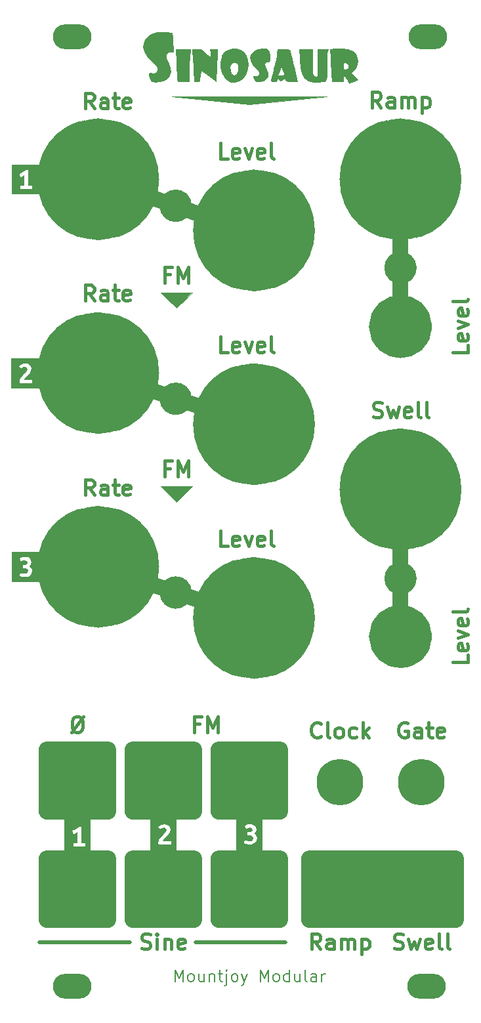
<source format=gbr>
%TF.GenerationSoftware,KiCad,Pcbnew,8.0.3*%
%TF.CreationDate,2024-06-18T16:49:19+01:00*%
%TF.ProjectId,Sinosaur_Panel,53696e6f-7361-4757-925f-50616e656c2e,rev?*%
%TF.SameCoordinates,Original*%
%TF.FileFunction,Soldermask,Top*%
%TF.FilePolarity,Negative*%
%FSLAX46Y46*%
G04 Gerber Fmt 4.6, Leading zero omitted, Abs format (unit mm)*
G04 Created by KiCad (PCBNEW 8.0.3) date 2024-06-18 16:49:19*
%MOMM*%
%LPD*%
G01*
G04 APERTURE LIST*
%ADD10C,0.500000*%
%ADD11C,2.000000*%
%ADD12C,7.853175*%
%ADD13C,0.100000*%
%ADD14C,2.074846*%
%ADD15C,4.075000*%
%ADD16C,0.400000*%
%ADD17C,0.200000*%
%ADD18C,0.000000*%
%ADD19C,7.000000*%
%ADD20C,6.000000*%
%ADD21O,5.000000X3.200000*%
%ADD22C,6.400000*%
G04 APERTURE END LIST*
D10*
X102900000Y-160600000D02*
X114600000Y-160600000D01*
X123100000Y-160600000D02*
X134700000Y-160600000D01*
D11*
X103800000Y-135778175D02*
X111800000Y-135778175D01*
X111800000Y-143778175D01*
X103800000Y-143778175D01*
X103800000Y-135778175D01*
G36*
X103800000Y-135778175D02*
G01*
X111800000Y-135778175D01*
X111800000Y-143778175D01*
X103800000Y-143778175D01*
X103800000Y-135778175D01*
G37*
D12*
X134526587Y-68778175D02*
G75*
G02*
X126673413Y-68778175I-3926587J0D01*
G01*
X126673413Y-68778175D02*
G75*
G02*
X134526587Y-68778175I3926587J0D01*
G01*
D11*
X149500000Y-81178175D02*
X149500000Y-62178175D01*
X110500000Y-87100000D02*
X130600000Y-93800000D01*
D13*
X120600000Y-103778175D02*
X118600000Y-101778175D01*
X122600000Y-101778175D01*
X120600000Y-103778175D01*
G36*
X120600000Y-103778175D02*
G01*
X118600000Y-101778175D01*
X122600000Y-101778175D01*
X120600000Y-103778175D01*
G37*
D14*
X150537423Y-113678175D02*
G75*
G02*
X148462577Y-113678175I-1037423J0D01*
G01*
X148462577Y-113678175D02*
G75*
G02*
X150537423Y-113678175I1037423J0D01*
G01*
D15*
X151537500Y-121178175D02*
G75*
G02*
X147462500Y-121178175I-2037500J0D01*
G01*
X147462500Y-121178175D02*
G75*
G02*
X151537500Y-121178175I2037500J0D01*
G01*
D13*
X120600000Y-78778175D02*
X118600000Y-76778175D01*
X122600000Y-76778175D01*
X120600000Y-78778175D01*
G36*
X120600000Y-78778175D02*
G01*
X118600000Y-76778175D01*
X122600000Y-76778175D01*
X120600000Y-78778175D01*
G37*
D11*
X114900000Y-149778175D02*
X122900000Y-149778175D01*
X122900000Y-157778175D01*
X114900000Y-157778175D01*
X114900000Y-149778175D01*
G36*
X114900000Y-149778175D02*
G01*
X122900000Y-149778175D01*
X122900000Y-157778175D01*
X114900000Y-157778175D01*
X114900000Y-149778175D01*
G37*
D12*
X114426587Y-87178175D02*
G75*
G02*
X106573413Y-87178175I-3926587J0D01*
G01*
X106573413Y-87178175D02*
G75*
G02*
X114426587Y-87178175I3926587J0D01*
G01*
X114426587Y-62178175D02*
G75*
G02*
X106573413Y-62178175I-3926587J0D01*
G01*
X106573413Y-62178175D02*
G75*
G02*
X114426587Y-62178175I3926587J0D01*
G01*
D11*
X103800000Y-149778175D02*
X111800000Y-149778175D01*
X111800000Y-157778175D01*
X103800000Y-157778175D01*
X103800000Y-149778175D01*
G36*
X103800000Y-149778175D02*
G01*
X111800000Y-149778175D01*
X111800000Y-157778175D01*
X103800000Y-157778175D01*
X103800000Y-149778175D01*
G37*
D14*
X150537423Y-73600000D02*
G75*
G02*
X148462577Y-73600000I-1037423J0D01*
G01*
X148462577Y-73600000D02*
G75*
G02*
X150537423Y-73600000I1037423J0D01*
G01*
D11*
X149500000Y-121178175D02*
X149500000Y-102178175D01*
X110500000Y-112200000D02*
X130600000Y-118800000D01*
D12*
X153426587Y-102178175D02*
G75*
G02*
X145573413Y-102178175I-3926587J0D01*
G01*
X145573413Y-102178175D02*
G75*
G02*
X153426587Y-102178175I3926587J0D01*
G01*
D11*
X126000000Y-135778175D02*
X134000000Y-135778175D01*
X134000000Y-143778175D01*
X126000000Y-143778175D01*
X126000000Y-135778175D01*
G36*
X126000000Y-135778175D02*
G01*
X134000000Y-135778175D01*
X134000000Y-143778175D01*
X126000000Y-143778175D01*
X126000000Y-135778175D01*
G37*
D13*
X130000000Y-52500000D02*
X120000000Y-51500000D01*
X140000000Y-51500000D01*
X130000000Y-52500000D01*
G36*
X130000000Y-52500000D02*
G01*
X120000000Y-51500000D01*
X140000000Y-51500000D01*
X130000000Y-52500000D01*
G37*
D12*
X134526587Y-93778175D02*
G75*
G02*
X126673413Y-93778175I-3926587J0D01*
G01*
X126673413Y-93778175D02*
G75*
G02*
X134526587Y-93778175I3926587J0D01*
G01*
D14*
X121537423Y-65600000D02*
G75*
G02*
X119462577Y-65600000I-1037423J0D01*
G01*
X119462577Y-65600000D02*
G75*
G02*
X121537423Y-65600000I1037423J0D01*
G01*
D15*
X151537500Y-81178175D02*
G75*
G02*
X147462500Y-81178175I-2037500J0D01*
G01*
X147462500Y-81178175D02*
G75*
G02*
X151537500Y-81178175I2037500J0D01*
G01*
D12*
X114426587Y-112178175D02*
G75*
G02*
X106573413Y-112178175I-3926587J0D01*
G01*
X106573413Y-112178175D02*
G75*
G02*
X114426587Y-112178175I3926587J0D01*
G01*
D11*
X126000000Y-149778175D02*
X134000000Y-149778175D01*
X134000000Y-157778175D01*
X126000000Y-157778175D01*
X126000000Y-149778175D01*
G36*
X126000000Y-149778175D02*
G01*
X134000000Y-149778175D01*
X134000000Y-157778175D01*
X126000000Y-157778175D01*
X126000000Y-149778175D01*
G37*
X137700000Y-149778175D02*
X156700000Y-149778175D01*
X156700000Y-157778175D01*
X137700000Y-157778175D01*
X137700000Y-149778175D01*
G36*
X137700000Y-149778175D02*
G01*
X156700000Y-149778175D01*
X156700000Y-157778175D01*
X137700000Y-157778175D01*
X137700000Y-149778175D01*
G37*
D14*
X121537423Y-115500000D02*
G75*
G02*
X119462577Y-115500000I-1037423J0D01*
G01*
X119462577Y-115500000D02*
G75*
G02*
X121537423Y-115500000I1037423J0D01*
G01*
D12*
X134526587Y-118778175D02*
G75*
G02*
X126673413Y-118778175I-3926587J0D01*
G01*
X126673413Y-118778175D02*
G75*
G02*
X134526587Y-118778175I3926587J0D01*
G01*
D14*
X121537423Y-90500000D02*
G75*
G02*
X119462577Y-90500000I-1037423J0D01*
G01*
X119462577Y-90500000D02*
G75*
G02*
X121537423Y-90500000I1037423J0D01*
G01*
D11*
X110500000Y-62178175D02*
X130721825Y-69178175D01*
D12*
X153426587Y-62178175D02*
G75*
G02*
X145573413Y-62178175I-3926587J0D01*
G01*
X145573413Y-62178175D02*
G75*
G02*
X153426587Y-62178175I3926587J0D01*
G01*
D11*
X114900000Y-135778175D02*
X122900000Y-135778175D01*
X122900000Y-143778175D01*
X114900000Y-143778175D01*
X114900000Y-135778175D01*
G36*
X114900000Y-135778175D02*
G01*
X122900000Y-135778175D01*
X122900000Y-143778175D01*
X114900000Y-143778175D01*
X114900000Y-135778175D01*
G37*
D16*
X119742857Y-74464994D02*
X119076190Y-74464994D01*
X119076190Y-75512613D02*
X119076190Y-73512613D01*
X119076190Y-73512613D02*
X120028571Y-73512613D01*
X120790476Y-75512613D02*
X120790476Y-73512613D01*
X120790476Y-73512613D02*
X121457143Y-74941184D01*
X121457143Y-74941184D02*
X122123809Y-73512613D01*
X122123809Y-73512613D02*
X122123809Y-75512613D01*
X127219047Y-84512613D02*
X126266666Y-84512613D01*
X126266666Y-84512613D02*
X126266666Y-82512613D01*
X128647619Y-84417375D02*
X128457143Y-84512613D01*
X128457143Y-84512613D02*
X128076190Y-84512613D01*
X128076190Y-84512613D02*
X127885714Y-84417375D01*
X127885714Y-84417375D02*
X127790476Y-84226898D01*
X127790476Y-84226898D02*
X127790476Y-83464994D01*
X127790476Y-83464994D02*
X127885714Y-83274517D01*
X127885714Y-83274517D02*
X128076190Y-83179279D01*
X128076190Y-83179279D02*
X128457143Y-83179279D01*
X128457143Y-83179279D02*
X128647619Y-83274517D01*
X128647619Y-83274517D02*
X128742857Y-83464994D01*
X128742857Y-83464994D02*
X128742857Y-83655470D01*
X128742857Y-83655470D02*
X127790476Y-83845946D01*
X129409524Y-83179279D02*
X129885714Y-84512613D01*
X129885714Y-84512613D02*
X130361905Y-83179279D01*
X131885715Y-84417375D02*
X131695239Y-84512613D01*
X131695239Y-84512613D02*
X131314286Y-84512613D01*
X131314286Y-84512613D02*
X131123810Y-84417375D01*
X131123810Y-84417375D02*
X131028572Y-84226898D01*
X131028572Y-84226898D02*
X131028572Y-83464994D01*
X131028572Y-83464994D02*
X131123810Y-83274517D01*
X131123810Y-83274517D02*
X131314286Y-83179279D01*
X131314286Y-83179279D02*
X131695239Y-83179279D01*
X131695239Y-83179279D02*
X131885715Y-83274517D01*
X131885715Y-83274517D02*
X131980953Y-83464994D01*
X131980953Y-83464994D02*
X131980953Y-83655470D01*
X131980953Y-83655470D02*
X131028572Y-83845946D01*
X133123810Y-84512613D02*
X132933334Y-84417375D01*
X132933334Y-84417375D02*
X132838096Y-84226898D01*
X132838096Y-84226898D02*
X132838096Y-82512613D01*
X150390476Y-132329676D02*
X150200000Y-132234438D01*
X150200000Y-132234438D02*
X149914286Y-132234438D01*
X149914286Y-132234438D02*
X149628571Y-132329676D01*
X149628571Y-132329676D02*
X149438095Y-132520152D01*
X149438095Y-132520152D02*
X149342857Y-132710628D01*
X149342857Y-132710628D02*
X149247619Y-133091580D01*
X149247619Y-133091580D02*
X149247619Y-133377295D01*
X149247619Y-133377295D02*
X149342857Y-133758247D01*
X149342857Y-133758247D02*
X149438095Y-133948723D01*
X149438095Y-133948723D02*
X149628571Y-134139200D01*
X149628571Y-134139200D02*
X149914286Y-134234438D01*
X149914286Y-134234438D02*
X150104762Y-134234438D01*
X150104762Y-134234438D02*
X150390476Y-134139200D01*
X150390476Y-134139200D02*
X150485714Y-134043961D01*
X150485714Y-134043961D02*
X150485714Y-133377295D01*
X150485714Y-133377295D02*
X150104762Y-133377295D01*
X152200000Y-134234438D02*
X152200000Y-133186819D01*
X152200000Y-133186819D02*
X152104762Y-132996342D01*
X152104762Y-132996342D02*
X151914286Y-132901104D01*
X151914286Y-132901104D02*
X151533333Y-132901104D01*
X151533333Y-132901104D02*
X151342857Y-132996342D01*
X152200000Y-134139200D02*
X152009524Y-134234438D01*
X152009524Y-134234438D02*
X151533333Y-134234438D01*
X151533333Y-134234438D02*
X151342857Y-134139200D01*
X151342857Y-134139200D02*
X151247619Y-133948723D01*
X151247619Y-133948723D02*
X151247619Y-133758247D01*
X151247619Y-133758247D02*
X151342857Y-133567771D01*
X151342857Y-133567771D02*
X151533333Y-133472533D01*
X151533333Y-133472533D02*
X152009524Y-133472533D01*
X152009524Y-133472533D02*
X152200000Y-133377295D01*
X152866667Y-132901104D02*
X153628571Y-132901104D01*
X153152381Y-132234438D02*
X153152381Y-133948723D01*
X153152381Y-133948723D02*
X153247619Y-134139200D01*
X153247619Y-134139200D02*
X153438095Y-134234438D01*
X153438095Y-134234438D02*
X153628571Y-134234438D01*
X155057143Y-134139200D02*
X154866667Y-134234438D01*
X154866667Y-134234438D02*
X154485714Y-134234438D01*
X154485714Y-134234438D02*
X154295238Y-134139200D01*
X154295238Y-134139200D02*
X154200000Y-133948723D01*
X154200000Y-133948723D02*
X154200000Y-133186819D01*
X154200000Y-133186819D02*
X154295238Y-132996342D01*
X154295238Y-132996342D02*
X154485714Y-132901104D01*
X154485714Y-132901104D02*
X154866667Y-132901104D01*
X154866667Y-132901104D02*
X155057143Y-132996342D01*
X155057143Y-132996342D02*
X155152381Y-133186819D01*
X155152381Y-133186819D02*
X155152381Y-133377295D01*
X155152381Y-133377295D02*
X154200000Y-133567771D01*
X119742857Y-99464994D02*
X119076190Y-99464994D01*
X119076190Y-100512613D02*
X119076190Y-98512613D01*
X119076190Y-98512613D02*
X120028571Y-98512613D01*
X120790476Y-100512613D02*
X120790476Y-98512613D01*
X120790476Y-98512613D02*
X121457143Y-99941184D01*
X121457143Y-99941184D02*
X122123809Y-98512613D01*
X122123809Y-98512613D02*
X122123809Y-100512613D01*
X116090476Y-161417375D02*
X116376190Y-161512613D01*
X116376190Y-161512613D02*
X116852381Y-161512613D01*
X116852381Y-161512613D02*
X117042857Y-161417375D01*
X117042857Y-161417375D02*
X117138095Y-161322136D01*
X117138095Y-161322136D02*
X117233333Y-161131660D01*
X117233333Y-161131660D02*
X117233333Y-160941184D01*
X117233333Y-160941184D02*
X117138095Y-160750708D01*
X117138095Y-160750708D02*
X117042857Y-160655470D01*
X117042857Y-160655470D02*
X116852381Y-160560232D01*
X116852381Y-160560232D02*
X116471428Y-160464994D01*
X116471428Y-160464994D02*
X116280952Y-160369755D01*
X116280952Y-160369755D02*
X116185714Y-160274517D01*
X116185714Y-160274517D02*
X116090476Y-160084041D01*
X116090476Y-160084041D02*
X116090476Y-159893565D01*
X116090476Y-159893565D02*
X116185714Y-159703089D01*
X116185714Y-159703089D02*
X116280952Y-159607851D01*
X116280952Y-159607851D02*
X116471428Y-159512613D01*
X116471428Y-159512613D02*
X116947619Y-159512613D01*
X116947619Y-159512613D02*
X117233333Y-159607851D01*
X118090476Y-161512613D02*
X118090476Y-160179279D01*
X118090476Y-159512613D02*
X117995238Y-159607851D01*
X117995238Y-159607851D02*
X118090476Y-159703089D01*
X118090476Y-159703089D02*
X118185714Y-159607851D01*
X118185714Y-159607851D02*
X118090476Y-159512613D01*
X118090476Y-159512613D02*
X118090476Y-159703089D01*
X119042857Y-160179279D02*
X119042857Y-161512613D01*
X119042857Y-160369755D02*
X119138095Y-160274517D01*
X119138095Y-160274517D02*
X119328571Y-160179279D01*
X119328571Y-160179279D02*
X119614286Y-160179279D01*
X119614286Y-160179279D02*
X119804762Y-160274517D01*
X119804762Y-160274517D02*
X119900000Y-160464994D01*
X119900000Y-160464994D02*
X119900000Y-161512613D01*
X121614286Y-161417375D02*
X121423810Y-161512613D01*
X121423810Y-161512613D02*
X121042857Y-161512613D01*
X121042857Y-161512613D02*
X120852381Y-161417375D01*
X120852381Y-161417375D02*
X120757143Y-161226898D01*
X120757143Y-161226898D02*
X120757143Y-160464994D01*
X120757143Y-160464994D02*
X120852381Y-160274517D01*
X120852381Y-160274517D02*
X121042857Y-160179279D01*
X121042857Y-160179279D02*
X121423810Y-160179279D01*
X121423810Y-160179279D02*
X121614286Y-160274517D01*
X121614286Y-160274517D02*
X121709524Y-160464994D01*
X121709524Y-160464994D02*
X121709524Y-160655470D01*
X121709524Y-160655470D02*
X120757143Y-160845946D01*
D17*
X120428570Y-165683528D02*
X120428570Y-164183528D01*
X120428570Y-164183528D02*
X120928570Y-165254957D01*
X120928570Y-165254957D02*
X121428570Y-164183528D01*
X121428570Y-164183528D02*
X121428570Y-165683528D01*
X122357142Y-165683528D02*
X122214285Y-165612100D01*
X122214285Y-165612100D02*
X122142856Y-165540671D01*
X122142856Y-165540671D02*
X122071428Y-165397814D01*
X122071428Y-165397814D02*
X122071428Y-164969242D01*
X122071428Y-164969242D02*
X122142856Y-164826385D01*
X122142856Y-164826385D02*
X122214285Y-164754957D01*
X122214285Y-164754957D02*
X122357142Y-164683528D01*
X122357142Y-164683528D02*
X122571428Y-164683528D01*
X122571428Y-164683528D02*
X122714285Y-164754957D01*
X122714285Y-164754957D02*
X122785714Y-164826385D01*
X122785714Y-164826385D02*
X122857142Y-164969242D01*
X122857142Y-164969242D02*
X122857142Y-165397814D01*
X122857142Y-165397814D02*
X122785714Y-165540671D01*
X122785714Y-165540671D02*
X122714285Y-165612100D01*
X122714285Y-165612100D02*
X122571428Y-165683528D01*
X122571428Y-165683528D02*
X122357142Y-165683528D01*
X124142857Y-164683528D02*
X124142857Y-165683528D01*
X123499999Y-164683528D02*
X123499999Y-165469242D01*
X123499999Y-165469242D02*
X123571428Y-165612100D01*
X123571428Y-165612100D02*
X123714285Y-165683528D01*
X123714285Y-165683528D02*
X123928571Y-165683528D01*
X123928571Y-165683528D02*
X124071428Y-165612100D01*
X124071428Y-165612100D02*
X124142857Y-165540671D01*
X124857142Y-164683528D02*
X124857142Y-165683528D01*
X124857142Y-164826385D02*
X124928571Y-164754957D01*
X124928571Y-164754957D02*
X125071428Y-164683528D01*
X125071428Y-164683528D02*
X125285714Y-164683528D01*
X125285714Y-164683528D02*
X125428571Y-164754957D01*
X125428571Y-164754957D02*
X125500000Y-164897814D01*
X125500000Y-164897814D02*
X125500000Y-165683528D01*
X126000000Y-164683528D02*
X126571428Y-164683528D01*
X126214285Y-164183528D02*
X126214285Y-165469242D01*
X126214285Y-165469242D02*
X126285714Y-165612100D01*
X126285714Y-165612100D02*
X126428571Y-165683528D01*
X126428571Y-165683528D02*
X126571428Y-165683528D01*
X127071428Y-164683528D02*
X127071428Y-165969242D01*
X127071428Y-165969242D02*
X127000000Y-166112100D01*
X127000000Y-166112100D02*
X126857143Y-166183528D01*
X126857143Y-166183528D02*
X126785714Y-166183528D01*
X127071428Y-164183528D02*
X127000000Y-164254957D01*
X127000000Y-164254957D02*
X127071428Y-164326385D01*
X127071428Y-164326385D02*
X127142857Y-164254957D01*
X127142857Y-164254957D02*
X127071428Y-164183528D01*
X127071428Y-164183528D02*
X127071428Y-164326385D01*
X128000000Y-165683528D02*
X127857143Y-165612100D01*
X127857143Y-165612100D02*
X127785714Y-165540671D01*
X127785714Y-165540671D02*
X127714286Y-165397814D01*
X127714286Y-165397814D02*
X127714286Y-164969242D01*
X127714286Y-164969242D02*
X127785714Y-164826385D01*
X127785714Y-164826385D02*
X127857143Y-164754957D01*
X127857143Y-164754957D02*
X128000000Y-164683528D01*
X128000000Y-164683528D02*
X128214286Y-164683528D01*
X128214286Y-164683528D02*
X128357143Y-164754957D01*
X128357143Y-164754957D02*
X128428572Y-164826385D01*
X128428572Y-164826385D02*
X128500000Y-164969242D01*
X128500000Y-164969242D02*
X128500000Y-165397814D01*
X128500000Y-165397814D02*
X128428572Y-165540671D01*
X128428572Y-165540671D02*
X128357143Y-165612100D01*
X128357143Y-165612100D02*
X128214286Y-165683528D01*
X128214286Y-165683528D02*
X128000000Y-165683528D01*
X129000000Y-164683528D02*
X129357143Y-165683528D01*
X129714286Y-164683528D02*
X129357143Y-165683528D01*
X129357143Y-165683528D02*
X129214286Y-166040671D01*
X129214286Y-166040671D02*
X129142857Y-166112100D01*
X129142857Y-166112100D02*
X129000000Y-166183528D01*
X131428571Y-165683528D02*
X131428571Y-164183528D01*
X131428571Y-164183528D02*
X131928571Y-165254957D01*
X131928571Y-165254957D02*
X132428571Y-164183528D01*
X132428571Y-164183528D02*
X132428571Y-165683528D01*
X133357143Y-165683528D02*
X133214286Y-165612100D01*
X133214286Y-165612100D02*
X133142857Y-165540671D01*
X133142857Y-165540671D02*
X133071429Y-165397814D01*
X133071429Y-165397814D02*
X133071429Y-164969242D01*
X133071429Y-164969242D02*
X133142857Y-164826385D01*
X133142857Y-164826385D02*
X133214286Y-164754957D01*
X133214286Y-164754957D02*
X133357143Y-164683528D01*
X133357143Y-164683528D02*
X133571429Y-164683528D01*
X133571429Y-164683528D02*
X133714286Y-164754957D01*
X133714286Y-164754957D02*
X133785715Y-164826385D01*
X133785715Y-164826385D02*
X133857143Y-164969242D01*
X133857143Y-164969242D02*
X133857143Y-165397814D01*
X133857143Y-165397814D02*
X133785715Y-165540671D01*
X133785715Y-165540671D02*
X133714286Y-165612100D01*
X133714286Y-165612100D02*
X133571429Y-165683528D01*
X133571429Y-165683528D02*
X133357143Y-165683528D01*
X135142858Y-165683528D02*
X135142858Y-164183528D01*
X135142858Y-165612100D02*
X135000000Y-165683528D01*
X135000000Y-165683528D02*
X134714286Y-165683528D01*
X134714286Y-165683528D02*
X134571429Y-165612100D01*
X134571429Y-165612100D02*
X134500000Y-165540671D01*
X134500000Y-165540671D02*
X134428572Y-165397814D01*
X134428572Y-165397814D02*
X134428572Y-164969242D01*
X134428572Y-164969242D02*
X134500000Y-164826385D01*
X134500000Y-164826385D02*
X134571429Y-164754957D01*
X134571429Y-164754957D02*
X134714286Y-164683528D01*
X134714286Y-164683528D02*
X135000000Y-164683528D01*
X135000000Y-164683528D02*
X135142858Y-164754957D01*
X136500001Y-164683528D02*
X136500001Y-165683528D01*
X135857143Y-164683528D02*
X135857143Y-165469242D01*
X135857143Y-165469242D02*
X135928572Y-165612100D01*
X135928572Y-165612100D02*
X136071429Y-165683528D01*
X136071429Y-165683528D02*
X136285715Y-165683528D01*
X136285715Y-165683528D02*
X136428572Y-165612100D01*
X136428572Y-165612100D02*
X136500001Y-165540671D01*
X137428572Y-165683528D02*
X137285715Y-165612100D01*
X137285715Y-165612100D02*
X137214286Y-165469242D01*
X137214286Y-165469242D02*
X137214286Y-164183528D01*
X138642858Y-165683528D02*
X138642858Y-164897814D01*
X138642858Y-164897814D02*
X138571429Y-164754957D01*
X138571429Y-164754957D02*
X138428572Y-164683528D01*
X138428572Y-164683528D02*
X138142858Y-164683528D01*
X138142858Y-164683528D02*
X138000000Y-164754957D01*
X138642858Y-165612100D02*
X138500000Y-165683528D01*
X138500000Y-165683528D02*
X138142858Y-165683528D01*
X138142858Y-165683528D02*
X138000000Y-165612100D01*
X138000000Y-165612100D02*
X137928572Y-165469242D01*
X137928572Y-165469242D02*
X137928572Y-165326385D01*
X137928572Y-165326385D02*
X138000000Y-165183528D01*
X138000000Y-165183528D02*
X138142858Y-165112100D01*
X138142858Y-165112100D02*
X138500000Y-165112100D01*
X138500000Y-165112100D02*
X138642858Y-165040671D01*
X139357143Y-165683528D02*
X139357143Y-164683528D01*
X139357143Y-164969242D02*
X139428572Y-164826385D01*
X139428572Y-164826385D02*
X139500001Y-164754957D01*
X139500001Y-164754957D02*
X139642858Y-164683528D01*
X139642858Y-164683528D02*
X139785715Y-164683528D01*
D16*
X139223809Y-134043961D02*
X139128571Y-134139200D01*
X139128571Y-134139200D02*
X138842857Y-134234438D01*
X138842857Y-134234438D02*
X138652381Y-134234438D01*
X138652381Y-134234438D02*
X138366666Y-134139200D01*
X138366666Y-134139200D02*
X138176190Y-133948723D01*
X138176190Y-133948723D02*
X138080952Y-133758247D01*
X138080952Y-133758247D02*
X137985714Y-133377295D01*
X137985714Y-133377295D02*
X137985714Y-133091580D01*
X137985714Y-133091580D02*
X138080952Y-132710628D01*
X138080952Y-132710628D02*
X138176190Y-132520152D01*
X138176190Y-132520152D02*
X138366666Y-132329676D01*
X138366666Y-132329676D02*
X138652381Y-132234438D01*
X138652381Y-132234438D02*
X138842857Y-132234438D01*
X138842857Y-132234438D02*
X139128571Y-132329676D01*
X139128571Y-132329676D02*
X139223809Y-132424914D01*
X140366666Y-134234438D02*
X140176190Y-134139200D01*
X140176190Y-134139200D02*
X140080952Y-133948723D01*
X140080952Y-133948723D02*
X140080952Y-132234438D01*
X141414285Y-134234438D02*
X141223809Y-134139200D01*
X141223809Y-134139200D02*
X141128571Y-134043961D01*
X141128571Y-134043961D02*
X141033333Y-133853485D01*
X141033333Y-133853485D02*
X141033333Y-133282057D01*
X141033333Y-133282057D02*
X141128571Y-133091580D01*
X141128571Y-133091580D02*
X141223809Y-132996342D01*
X141223809Y-132996342D02*
X141414285Y-132901104D01*
X141414285Y-132901104D02*
X141700000Y-132901104D01*
X141700000Y-132901104D02*
X141890476Y-132996342D01*
X141890476Y-132996342D02*
X141985714Y-133091580D01*
X141985714Y-133091580D02*
X142080952Y-133282057D01*
X142080952Y-133282057D02*
X142080952Y-133853485D01*
X142080952Y-133853485D02*
X141985714Y-134043961D01*
X141985714Y-134043961D02*
X141890476Y-134139200D01*
X141890476Y-134139200D02*
X141700000Y-134234438D01*
X141700000Y-134234438D02*
X141414285Y-134234438D01*
X143795238Y-134139200D02*
X143604762Y-134234438D01*
X143604762Y-134234438D02*
X143223809Y-134234438D01*
X143223809Y-134234438D02*
X143033333Y-134139200D01*
X143033333Y-134139200D02*
X142938095Y-134043961D01*
X142938095Y-134043961D02*
X142842857Y-133853485D01*
X142842857Y-133853485D02*
X142842857Y-133282057D01*
X142842857Y-133282057D02*
X142938095Y-133091580D01*
X142938095Y-133091580D02*
X143033333Y-132996342D01*
X143033333Y-132996342D02*
X143223809Y-132901104D01*
X143223809Y-132901104D02*
X143604762Y-132901104D01*
X143604762Y-132901104D02*
X143795238Y-132996342D01*
X144652381Y-134234438D02*
X144652381Y-132234438D01*
X144842857Y-133472533D02*
X145414286Y-134234438D01*
X145414286Y-132901104D02*
X144652381Y-133663009D01*
X158234438Y-83559127D02*
X158234438Y-84511508D01*
X158234438Y-84511508D02*
X156234438Y-84511508D01*
X158139200Y-82130555D02*
X158234438Y-82321031D01*
X158234438Y-82321031D02*
X158234438Y-82701984D01*
X158234438Y-82701984D02*
X158139200Y-82892460D01*
X158139200Y-82892460D02*
X157948723Y-82987698D01*
X157948723Y-82987698D02*
X157186819Y-82987698D01*
X157186819Y-82987698D02*
X156996342Y-82892460D01*
X156996342Y-82892460D02*
X156901104Y-82701984D01*
X156901104Y-82701984D02*
X156901104Y-82321031D01*
X156901104Y-82321031D02*
X156996342Y-82130555D01*
X156996342Y-82130555D02*
X157186819Y-82035317D01*
X157186819Y-82035317D02*
X157377295Y-82035317D01*
X157377295Y-82035317D02*
X157567771Y-82987698D01*
X156901104Y-81368650D02*
X158234438Y-80892460D01*
X158234438Y-80892460D02*
X156901104Y-80416269D01*
X158139200Y-78892459D02*
X158234438Y-79082935D01*
X158234438Y-79082935D02*
X158234438Y-79463888D01*
X158234438Y-79463888D02*
X158139200Y-79654364D01*
X158139200Y-79654364D02*
X157948723Y-79749602D01*
X157948723Y-79749602D02*
X157186819Y-79749602D01*
X157186819Y-79749602D02*
X156996342Y-79654364D01*
X156996342Y-79654364D02*
X156901104Y-79463888D01*
X156901104Y-79463888D02*
X156901104Y-79082935D01*
X156901104Y-79082935D02*
X156996342Y-78892459D01*
X156996342Y-78892459D02*
X157186819Y-78797221D01*
X157186819Y-78797221D02*
X157377295Y-78797221D01*
X157377295Y-78797221D02*
X157567771Y-79749602D01*
X158234438Y-77654364D02*
X158139200Y-77844840D01*
X158139200Y-77844840D02*
X157948723Y-77940078D01*
X157948723Y-77940078D02*
X156234438Y-77940078D01*
X108561904Y-131512613D02*
X107038095Y-133512613D01*
X107609523Y-133512613D02*
X107419047Y-133417375D01*
X107419047Y-133417375D02*
X107228571Y-133226898D01*
X107228571Y-133226898D02*
X107133333Y-132845946D01*
X107133333Y-132845946D02*
X107133333Y-132179279D01*
X107133333Y-132179279D02*
X107228571Y-131798327D01*
X107228571Y-131798327D02*
X107419047Y-131607851D01*
X107419047Y-131607851D02*
X107609523Y-131512613D01*
X107609523Y-131512613D02*
X107990476Y-131512613D01*
X107990476Y-131512613D02*
X108180952Y-131607851D01*
X108180952Y-131607851D02*
X108371428Y-131798327D01*
X108371428Y-131798327D02*
X108466666Y-132179279D01*
X108466666Y-132179279D02*
X108466666Y-132845946D01*
X108466666Y-132845946D02*
X108371428Y-133226898D01*
X108371428Y-133226898D02*
X108180952Y-133417375D01*
X108180952Y-133417375D02*
X107990476Y-133512613D01*
X107990476Y-133512613D02*
X107609523Y-133512613D01*
X148676190Y-161417375D02*
X148961904Y-161512613D01*
X148961904Y-161512613D02*
X149438095Y-161512613D01*
X149438095Y-161512613D02*
X149628571Y-161417375D01*
X149628571Y-161417375D02*
X149723809Y-161322136D01*
X149723809Y-161322136D02*
X149819047Y-161131660D01*
X149819047Y-161131660D02*
X149819047Y-160941184D01*
X149819047Y-160941184D02*
X149723809Y-160750708D01*
X149723809Y-160750708D02*
X149628571Y-160655470D01*
X149628571Y-160655470D02*
X149438095Y-160560232D01*
X149438095Y-160560232D02*
X149057142Y-160464994D01*
X149057142Y-160464994D02*
X148866666Y-160369755D01*
X148866666Y-160369755D02*
X148771428Y-160274517D01*
X148771428Y-160274517D02*
X148676190Y-160084041D01*
X148676190Y-160084041D02*
X148676190Y-159893565D01*
X148676190Y-159893565D02*
X148771428Y-159703089D01*
X148771428Y-159703089D02*
X148866666Y-159607851D01*
X148866666Y-159607851D02*
X149057142Y-159512613D01*
X149057142Y-159512613D02*
X149533333Y-159512613D01*
X149533333Y-159512613D02*
X149819047Y-159607851D01*
X150485714Y-160179279D02*
X150866666Y-161512613D01*
X150866666Y-161512613D02*
X151247619Y-160560232D01*
X151247619Y-160560232D02*
X151628571Y-161512613D01*
X151628571Y-161512613D02*
X152009523Y-160179279D01*
X153533333Y-161417375D02*
X153342857Y-161512613D01*
X153342857Y-161512613D02*
X152961904Y-161512613D01*
X152961904Y-161512613D02*
X152771428Y-161417375D01*
X152771428Y-161417375D02*
X152676190Y-161226898D01*
X152676190Y-161226898D02*
X152676190Y-160464994D01*
X152676190Y-160464994D02*
X152771428Y-160274517D01*
X152771428Y-160274517D02*
X152961904Y-160179279D01*
X152961904Y-160179279D02*
X153342857Y-160179279D01*
X153342857Y-160179279D02*
X153533333Y-160274517D01*
X153533333Y-160274517D02*
X153628571Y-160464994D01*
X153628571Y-160464994D02*
X153628571Y-160655470D01*
X153628571Y-160655470D02*
X152676190Y-160845946D01*
X154771428Y-161512613D02*
X154580952Y-161417375D01*
X154580952Y-161417375D02*
X154485714Y-161226898D01*
X154485714Y-161226898D02*
X154485714Y-159512613D01*
X155819047Y-161512613D02*
X155628571Y-161417375D01*
X155628571Y-161417375D02*
X155533333Y-161226898D01*
X155533333Y-161226898D02*
X155533333Y-159512613D01*
X146976190Y-52912613D02*
X146309523Y-51960232D01*
X145833333Y-52912613D02*
X145833333Y-50912613D01*
X145833333Y-50912613D02*
X146595238Y-50912613D01*
X146595238Y-50912613D02*
X146785714Y-51007851D01*
X146785714Y-51007851D02*
X146880952Y-51103089D01*
X146880952Y-51103089D02*
X146976190Y-51293565D01*
X146976190Y-51293565D02*
X146976190Y-51579279D01*
X146976190Y-51579279D02*
X146880952Y-51769755D01*
X146880952Y-51769755D02*
X146785714Y-51864994D01*
X146785714Y-51864994D02*
X146595238Y-51960232D01*
X146595238Y-51960232D02*
X145833333Y-51960232D01*
X148690476Y-52912613D02*
X148690476Y-51864994D01*
X148690476Y-51864994D02*
X148595238Y-51674517D01*
X148595238Y-51674517D02*
X148404762Y-51579279D01*
X148404762Y-51579279D02*
X148023809Y-51579279D01*
X148023809Y-51579279D02*
X147833333Y-51674517D01*
X148690476Y-52817375D02*
X148500000Y-52912613D01*
X148500000Y-52912613D02*
X148023809Y-52912613D01*
X148023809Y-52912613D02*
X147833333Y-52817375D01*
X147833333Y-52817375D02*
X147738095Y-52626898D01*
X147738095Y-52626898D02*
X147738095Y-52436422D01*
X147738095Y-52436422D02*
X147833333Y-52245946D01*
X147833333Y-52245946D02*
X148023809Y-52150708D01*
X148023809Y-52150708D02*
X148500000Y-52150708D01*
X148500000Y-52150708D02*
X148690476Y-52055470D01*
X149642857Y-52912613D02*
X149642857Y-51579279D01*
X149642857Y-51769755D02*
X149738095Y-51674517D01*
X149738095Y-51674517D02*
X149928571Y-51579279D01*
X149928571Y-51579279D02*
X150214286Y-51579279D01*
X150214286Y-51579279D02*
X150404762Y-51674517D01*
X150404762Y-51674517D02*
X150500000Y-51864994D01*
X150500000Y-51864994D02*
X150500000Y-52912613D01*
X150500000Y-51864994D02*
X150595238Y-51674517D01*
X150595238Y-51674517D02*
X150785714Y-51579279D01*
X150785714Y-51579279D02*
X151071428Y-51579279D01*
X151071428Y-51579279D02*
X151261905Y-51674517D01*
X151261905Y-51674517D02*
X151357143Y-51864994D01*
X151357143Y-51864994D02*
X151357143Y-52912613D01*
X152309524Y-51579279D02*
X152309524Y-53579279D01*
X152309524Y-51674517D02*
X152500000Y-51579279D01*
X152500000Y-51579279D02*
X152880953Y-51579279D01*
X152880953Y-51579279D02*
X153071429Y-51674517D01*
X153071429Y-51674517D02*
X153166667Y-51769755D01*
X153166667Y-51769755D02*
X153261905Y-51960232D01*
X153261905Y-51960232D02*
X153261905Y-52531660D01*
X153261905Y-52531660D02*
X153166667Y-52722136D01*
X153166667Y-52722136D02*
X153071429Y-52817375D01*
X153071429Y-52817375D02*
X152880953Y-52912613D01*
X152880953Y-52912613D02*
X152500000Y-52912613D01*
X152500000Y-52912613D02*
X152309524Y-52817375D01*
X109985714Y-77834438D02*
X109319047Y-76882057D01*
X108842857Y-77834438D02*
X108842857Y-75834438D01*
X108842857Y-75834438D02*
X109604762Y-75834438D01*
X109604762Y-75834438D02*
X109795238Y-75929676D01*
X109795238Y-75929676D02*
X109890476Y-76024914D01*
X109890476Y-76024914D02*
X109985714Y-76215390D01*
X109985714Y-76215390D02*
X109985714Y-76501104D01*
X109985714Y-76501104D02*
X109890476Y-76691580D01*
X109890476Y-76691580D02*
X109795238Y-76786819D01*
X109795238Y-76786819D02*
X109604762Y-76882057D01*
X109604762Y-76882057D02*
X108842857Y-76882057D01*
X111700000Y-77834438D02*
X111700000Y-76786819D01*
X111700000Y-76786819D02*
X111604762Y-76596342D01*
X111604762Y-76596342D02*
X111414286Y-76501104D01*
X111414286Y-76501104D02*
X111033333Y-76501104D01*
X111033333Y-76501104D02*
X110842857Y-76596342D01*
X111700000Y-77739200D02*
X111509524Y-77834438D01*
X111509524Y-77834438D02*
X111033333Y-77834438D01*
X111033333Y-77834438D02*
X110842857Y-77739200D01*
X110842857Y-77739200D02*
X110747619Y-77548723D01*
X110747619Y-77548723D02*
X110747619Y-77358247D01*
X110747619Y-77358247D02*
X110842857Y-77167771D01*
X110842857Y-77167771D02*
X111033333Y-77072533D01*
X111033333Y-77072533D02*
X111509524Y-77072533D01*
X111509524Y-77072533D02*
X111700000Y-76977295D01*
X112366667Y-76501104D02*
X113128571Y-76501104D01*
X112652381Y-75834438D02*
X112652381Y-77548723D01*
X112652381Y-77548723D02*
X112747619Y-77739200D01*
X112747619Y-77739200D02*
X112938095Y-77834438D01*
X112938095Y-77834438D02*
X113128571Y-77834438D01*
X114557143Y-77739200D02*
X114366667Y-77834438D01*
X114366667Y-77834438D02*
X113985714Y-77834438D01*
X113985714Y-77834438D02*
X113795238Y-77739200D01*
X113795238Y-77739200D02*
X113700000Y-77548723D01*
X113700000Y-77548723D02*
X113700000Y-76786819D01*
X113700000Y-76786819D02*
X113795238Y-76596342D01*
X113795238Y-76596342D02*
X113985714Y-76501104D01*
X113985714Y-76501104D02*
X114366667Y-76501104D01*
X114366667Y-76501104D02*
X114557143Y-76596342D01*
X114557143Y-76596342D02*
X114652381Y-76786819D01*
X114652381Y-76786819D02*
X114652381Y-76977295D01*
X114652381Y-76977295D02*
X113700000Y-77167771D01*
X123542857Y-132464994D02*
X122876190Y-132464994D01*
X122876190Y-133512613D02*
X122876190Y-131512613D01*
X122876190Y-131512613D02*
X123828571Y-131512613D01*
X124590476Y-133512613D02*
X124590476Y-131512613D01*
X124590476Y-131512613D02*
X125257143Y-132941184D01*
X125257143Y-132941184D02*
X125923809Y-131512613D01*
X125923809Y-131512613D02*
X125923809Y-133512613D01*
X127219047Y-59512613D02*
X126266666Y-59512613D01*
X126266666Y-59512613D02*
X126266666Y-57512613D01*
X128647619Y-59417375D02*
X128457143Y-59512613D01*
X128457143Y-59512613D02*
X128076190Y-59512613D01*
X128076190Y-59512613D02*
X127885714Y-59417375D01*
X127885714Y-59417375D02*
X127790476Y-59226898D01*
X127790476Y-59226898D02*
X127790476Y-58464994D01*
X127790476Y-58464994D02*
X127885714Y-58274517D01*
X127885714Y-58274517D02*
X128076190Y-58179279D01*
X128076190Y-58179279D02*
X128457143Y-58179279D01*
X128457143Y-58179279D02*
X128647619Y-58274517D01*
X128647619Y-58274517D02*
X128742857Y-58464994D01*
X128742857Y-58464994D02*
X128742857Y-58655470D01*
X128742857Y-58655470D02*
X127790476Y-58845946D01*
X129409524Y-58179279D02*
X129885714Y-59512613D01*
X129885714Y-59512613D02*
X130361905Y-58179279D01*
X131885715Y-59417375D02*
X131695239Y-59512613D01*
X131695239Y-59512613D02*
X131314286Y-59512613D01*
X131314286Y-59512613D02*
X131123810Y-59417375D01*
X131123810Y-59417375D02*
X131028572Y-59226898D01*
X131028572Y-59226898D02*
X131028572Y-58464994D01*
X131028572Y-58464994D02*
X131123810Y-58274517D01*
X131123810Y-58274517D02*
X131314286Y-58179279D01*
X131314286Y-58179279D02*
X131695239Y-58179279D01*
X131695239Y-58179279D02*
X131885715Y-58274517D01*
X131885715Y-58274517D02*
X131980953Y-58464994D01*
X131980953Y-58464994D02*
X131980953Y-58655470D01*
X131980953Y-58655470D02*
X131028572Y-58845946D01*
X133123810Y-59512613D02*
X132933334Y-59417375D01*
X132933334Y-59417375D02*
X132838096Y-59226898D01*
X132838096Y-59226898D02*
X132838096Y-57512613D01*
X109985714Y-53034438D02*
X109319047Y-52082057D01*
X108842857Y-53034438D02*
X108842857Y-51034438D01*
X108842857Y-51034438D02*
X109604762Y-51034438D01*
X109604762Y-51034438D02*
X109795238Y-51129676D01*
X109795238Y-51129676D02*
X109890476Y-51224914D01*
X109890476Y-51224914D02*
X109985714Y-51415390D01*
X109985714Y-51415390D02*
X109985714Y-51701104D01*
X109985714Y-51701104D02*
X109890476Y-51891580D01*
X109890476Y-51891580D02*
X109795238Y-51986819D01*
X109795238Y-51986819D02*
X109604762Y-52082057D01*
X109604762Y-52082057D02*
X108842857Y-52082057D01*
X111700000Y-53034438D02*
X111700000Y-51986819D01*
X111700000Y-51986819D02*
X111604762Y-51796342D01*
X111604762Y-51796342D02*
X111414286Y-51701104D01*
X111414286Y-51701104D02*
X111033333Y-51701104D01*
X111033333Y-51701104D02*
X110842857Y-51796342D01*
X111700000Y-52939200D02*
X111509524Y-53034438D01*
X111509524Y-53034438D02*
X111033333Y-53034438D01*
X111033333Y-53034438D02*
X110842857Y-52939200D01*
X110842857Y-52939200D02*
X110747619Y-52748723D01*
X110747619Y-52748723D02*
X110747619Y-52558247D01*
X110747619Y-52558247D02*
X110842857Y-52367771D01*
X110842857Y-52367771D02*
X111033333Y-52272533D01*
X111033333Y-52272533D02*
X111509524Y-52272533D01*
X111509524Y-52272533D02*
X111700000Y-52177295D01*
X112366667Y-51701104D02*
X113128571Y-51701104D01*
X112652381Y-51034438D02*
X112652381Y-52748723D01*
X112652381Y-52748723D02*
X112747619Y-52939200D01*
X112747619Y-52939200D02*
X112938095Y-53034438D01*
X112938095Y-53034438D02*
X113128571Y-53034438D01*
X114557143Y-52939200D02*
X114366667Y-53034438D01*
X114366667Y-53034438D02*
X113985714Y-53034438D01*
X113985714Y-53034438D02*
X113795238Y-52939200D01*
X113795238Y-52939200D02*
X113700000Y-52748723D01*
X113700000Y-52748723D02*
X113700000Y-51986819D01*
X113700000Y-51986819D02*
X113795238Y-51796342D01*
X113795238Y-51796342D02*
X113985714Y-51701104D01*
X113985714Y-51701104D02*
X114366667Y-51701104D01*
X114366667Y-51701104D02*
X114557143Y-51796342D01*
X114557143Y-51796342D02*
X114652381Y-51986819D01*
X114652381Y-51986819D02*
X114652381Y-52177295D01*
X114652381Y-52177295D02*
X113700000Y-52367771D01*
X158234438Y-123559127D02*
X158234438Y-124511508D01*
X158234438Y-124511508D02*
X156234438Y-124511508D01*
X158139200Y-122130555D02*
X158234438Y-122321031D01*
X158234438Y-122321031D02*
X158234438Y-122701984D01*
X158234438Y-122701984D02*
X158139200Y-122892460D01*
X158139200Y-122892460D02*
X157948723Y-122987698D01*
X157948723Y-122987698D02*
X157186819Y-122987698D01*
X157186819Y-122987698D02*
X156996342Y-122892460D01*
X156996342Y-122892460D02*
X156901104Y-122701984D01*
X156901104Y-122701984D02*
X156901104Y-122321031D01*
X156901104Y-122321031D02*
X156996342Y-122130555D01*
X156996342Y-122130555D02*
X157186819Y-122035317D01*
X157186819Y-122035317D02*
X157377295Y-122035317D01*
X157377295Y-122035317D02*
X157567771Y-122987698D01*
X156901104Y-121368650D02*
X158234438Y-120892460D01*
X158234438Y-120892460D02*
X156901104Y-120416269D01*
X158139200Y-118892459D02*
X158234438Y-119082935D01*
X158234438Y-119082935D02*
X158234438Y-119463888D01*
X158234438Y-119463888D02*
X158139200Y-119654364D01*
X158139200Y-119654364D02*
X157948723Y-119749602D01*
X157948723Y-119749602D02*
X157186819Y-119749602D01*
X157186819Y-119749602D02*
X156996342Y-119654364D01*
X156996342Y-119654364D02*
X156901104Y-119463888D01*
X156901104Y-119463888D02*
X156901104Y-119082935D01*
X156901104Y-119082935D02*
X156996342Y-118892459D01*
X156996342Y-118892459D02*
X157186819Y-118797221D01*
X157186819Y-118797221D02*
X157377295Y-118797221D01*
X157377295Y-118797221D02*
X157567771Y-119749602D01*
X158234438Y-117654364D02*
X158139200Y-117844840D01*
X158139200Y-117844840D02*
X157948723Y-117940078D01*
X157948723Y-117940078D02*
X156234438Y-117940078D01*
X109985714Y-102912613D02*
X109319047Y-101960232D01*
X108842857Y-102912613D02*
X108842857Y-100912613D01*
X108842857Y-100912613D02*
X109604762Y-100912613D01*
X109604762Y-100912613D02*
X109795238Y-101007851D01*
X109795238Y-101007851D02*
X109890476Y-101103089D01*
X109890476Y-101103089D02*
X109985714Y-101293565D01*
X109985714Y-101293565D02*
X109985714Y-101579279D01*
X109985714Y-101579279D02*
X109890476Y-101769755D01*
X109890476Y-101769755D02*
X109795238Y-101864994D01*
X109795238Y-101864994D02*
X109604762Y-101960232D01*
X109604762Y-101960232D02*
X108842857Y-101960232D01*
X111700000Y-102912613D02*
X111700000Y-101864994D01*
X111700000Y-101864994D02*
X111604762Y-101674517D01*
X111604762Y-101674517D02*
X111414286Y-101579279D01*
X111414286Y-101579279D02*
X111033333Y-101579279D01*
X111033333Y-101579279D02*
X110842857Y-101674517D01*
X111700000Y-102817375D02*
X111509524Y-102912613D01*
X111509524Y-102912613D02*
X111033333Y-102912613D01*
X111033333Y-102912613D02*
X110842857Y-102817375D01*
X110842857Y-102817375D02*
X110747619Y-102626898D01*
X110747619Y-102626898D02*
X110747619Y-102436422D01*
X110747619Y-102436422D02*
X110842857Y-102245946D01*
X110842857Y-102245946D02*
X111033333Y-102150708D01*
X111033333Y-102150708D02*
X111509524Y-102150708D01*
X111509524Y-102150708D02*
X111700000Y-102055470D01*
X112366667Y-101579279D02*
X113128571Y-101579279D01*
X112652381Y-100912613D02*
X112652381Y-102626898D01*
X112652381Y-102626898D02*
X112747619Y-102817375D01*
X112747619Y-102817375D02*
X112938095Y-102912613D01*
X112938095Y-102912613D02*
X113128571Y-102912613D01*
X114557143Y-102817375D02*
X114366667Y-102912613D01*
X114366667Y-102912613D02*
X113985714Y-102912613D01*
X113985714Y-102912613D02*
X113795238Y-102817375D01*
X113795238Y-102817375D02*
X113700000Y-102626898D01*
X113700000Y-102626898D02*
X113700000Y-101864994D01*
X113700000Y-101864994D02*
X113795238Y-101674517D01*
X113795238Y-101674517D02*
X113985714Y-101579279D01*
X113985714Y-101579279D02*
X114366667Y-101579279D01*
X114366667Y-101579279D02*
X114557143Y-101674517D01*
X114557143Y-101674517D02*
X114652381Y-101864994D01*
X114652381Y-101864994D02*
X114652381Y-102055470D01*
X114652381Y-102055470D02*
X113700000Y-102245946D01*
X127219047Y-109512613D02*
X126266666Y-109512613D01*
X126266666Y-109512613D02*
X126266666Y-107512613D01*
X128647619Y-109417375D02*
X128457143Y-109512613D01*
X128457143Y-109512613D02*
X128076190Y-109512613D01*
X128076190Y-109512613D02*
X127885714Y-109417375D01*
X127885714Y-109417375D02*
X127790476Y-109226898D01*
X127790476Y-109226898D02*
X127790476Y-108464994D01*
X127790476Y-108464994D02*
X127885714Y-108274517D01*
X127885714Y-108274517D02*
X128076190Y-108179279D01*
X128076190Y-108179279D02*
X128457143Y-108179279D01*
X128457143Y-108179279D02*
X128647619Y-108274517D01*
X128647619Y-108274517D02*
X128742857Y-108464994D01*
X128742857Y-108464994D02*
X128742857Y-108655470D01*
X128742857Y-108655470D02*
X127790476Y-108845946D01*
X129409524Y-108179279D02*
X129885714Y-109512613D01*
X129885714Y-109512613D02*
X130361905Y-108179279D01*
X131885715Y-109417375D02*
X131695239Y-109512613D01*
X131695239Y-109512613D02*
X131314286Y-109512613D01*
X131314286Y-109512613D02*
X131123810Y-109417375D01*
X131123810Y-109417375D02*
X131028572Y-109226898D01*
X131028572Y-109226898D02*
X131028572Y-108464994D01*
X131028572Y-108464994D02*
X131123810Y-108274517D01*
X131123810Y-108274517D02*
X131314286Y-108179279D01*
X131314286Y-108179279D02*
X131695239Y-108179279D01*
X131695239Y-108179279D02*
X131885715Y-108274517D01*
X131885715Y-108274517D02*
X131980953Y-108464994D01*
X131980953Y-108464994D02*
X131980953Y-108655470D01*
X131980953Y-108655470D02*
X131028572Y-108845946D01*
X133123810Y-109512613D02*
X132933334Y-109417375D01*
X132933334Y-109417375D02*
X132838096Y-109226898D01*
X132838096Y-109226898D02*
X132838096Y-107512613D01*
X139176190Y-161512613D02*
X138509523Y-160560232D01*
X138033333Y-161512613D02*
X138033333Y-159512613D01*
X138033333Y-159512613D02*
X138795238Y-159512613D01*
X138795238Y-159512613D02*
X138985714Y-159607851D01*
X138985714Y-159607851D02*
X139080952Y-159703089D01*
X139080952Y-159703089D02*
X139176190Y-159893565D01*
X139176190Y-159893565D02*
X139176190Y-160179279D01*
X139176190Y-160179279D02*
X139080952Y-160369755D01*
X139080952Y-160369755D02*
X138985714Y-160464994D01*
X138985714Y-160464994D02*
X138795238Y-160560232D01*
X138795238Y-160560232D02*
X138033333Y-160560232D01*
X140890476Y-161512613D02*
X140890476Y-160464994D01*
X140890476Y-160464994D02*
X140795238Y-160274517D01*
X140795238Y-160274517D02*
X140604762Y-160179279D01*
X140604762Y-160179279D02*
X140223809Y-160179279D01*
X140223809Y-160179279D02*
X140033333Y-160274517D01*
X140890476Y-161417375D02*
X140700000Y-161512613D01*
X140700000Y-161512613D02*
X140223809Y-161512613D01*
X140223809Y-161512613D02*
X140033333Y-161417375D01*
X140033333Y-161417375D02*
X139938095Y-161226898D01*
X139938095Y-161226898D02*
X139938095Y-161036422D01*
X139938095Y-161036422D02*
X140033333Y-160845946D01*
X140033333Y-160845946D02*
X140223809Y-160750708D01*
X140223809Y-160750708D02*
X140700000Y-160750708D01*
X140700000Y-160750708D02*
X140890476Y-160655470D01*
X141842857Y-161512613D02*
X141842857Y-160179279D01*
X141842857Y-160369755D02*
X141938095Y-160274517D01*
X141938095Y-160274517D02*
X142128571Y-160179279D01*
X142128571Y-160179279D02*
X142414286Y-160179279D01*
X142414286Y-160179279D02*
X142604762Y-160274517D01*
X142604762Y-160274517D02*
X142700000Y-160464994D01*
X142700000Y-160464994D02*
X142700000Y-161512613D01*
X142700000Y-160464994D02*
X142795238Y-160274517D01*
X142795238Y-160274517D02*
X142985714Y-160179279D01*
X142985714Y-160179279D02*
X143271428Y-160179279D01*
X143271428Y-160179279D02*
X143461905Y-160274517D01*
X143461905Y-160274517D02*
X143557143Y-160464994D01*
X143557143Y-160464994D02*
X143557143Y-161512613D01*
X144509524Y-160179279D02*
X144509524Y-162179279D01*
X144509524Y-160274517D02*
X144700000Y-160179279D01*
X144700000Y-160179279D02*
X145080953Y-160179279D01*
X145080953Y-160179279D02*
X145271429Y-160274517D01*
X145271429Y-160274517D02*
X145366667Y-160369755D01*
X145366667Y-160369755D02*
X145461905Y-160560232D01*
X145461905Y-160560232D02*
X145461905Y-161131660D01*
X145461905Y-161131660D02*
X145366667Y-161322136D01*
X145366667Y-161322136D02*
X145271429Y-161417375D01*
X145271429Y-161417375D02*
X145080953Y-161512613D01*
X145080953Y-161512613D02*
X144700000Y-161512613D01*
X144700000Y-161512613D02*
X144509524Y-161417375D01*
X145976190Y-92817375D02*
X146261904Y-92912613D01*
X146261904Y-92912613D02*
X146738095Y-92912613D01*
X146738095Y-92912613D02*
X146928571Y-92817375D01*
X146928571Y-92817375D02*
X147023809Y-92722136D01*
X147023809Y-92722136D02*
X147119047Y-92531660D01*
X147119047Y-92531660D02*
X147119047Y-92341184D01*
X147119047Y-92341184D02*
X147023809Y-92150708D01*
X147023809Y-92150708D02*
X146928571Y-92055470D01*
X146928571Y-92055470D02*
X146738095Y-91960232D01*
X146738095Y-91960232D02*
X146357142Y-91864994D01*
X146357142Y-91864994D02*
X146166666Y-91769755D01*
X146166666Y-91769755D02*
X146071428Y-91674517D01*
X146071428Y-91674517D02*
X145976190Y-91484041D01*
X145976190Y-91484041D02*
X145976190Y-91293565D01*
X145976190Y-91293565D02*
X146071428Y-91103089D01*
X146071428Y-91103089D02*
X146166666Y-91007851D01*
X146166666Y-91007851D02*
X146357142Y-90912613D01*
X146357142Y-90912613D02*
X146833333Y-90912613D01*
X146833333Y-90912613D02*
X147119047Y-91007851D01*
X147785714Y-91579279D02*
X148166666Y-92912613D01*
X148166666Y-92912613D02*
X148547619Y-91960232D01*
X148547619Y-91960232D02*
X148928571Y-92912613D01*
X148928571Y-92912613D02*
X149309523Y-91579279D01*
X150833333Y-92817375D02*
X150642857Y-92912613D01*
X150642857Y-92912613D02*
X150261904Y-92912613D01*
X150261904Y-92912613D02*
X150071428Y-92817375D01*
X150071428Y-92817375D02*
X149976190Y-92626898D01*
X149976190Y-92626898D02*
X149976190Y-91864994D01*
X149976190Y-91864994D02*
X150071428Y-91674517D01*
X150071428Y-91674517D02*
X150261904Y-91579279D01*
X150261904Y-91579279D02*
X150642857Y-91579279D01*
X150642857Y-91579279D02*
X150833333Y-91674517D01*
X150833333Y-91674517D02*
X150928571Y-91864994D01*
X150928571Y-91864994D02*
X150928571Y-92055470D01*
X150928571Y-92055470D02*
X149976190Y-92245946D01*
X152071428Y-92912613D02*
X151880952Y-92817375D01*
X151880952Y-92817375D02*
X151785714Y-92626898D01*
X151785714Y-92626898D02*
X151785714Y-90912613D01*
X153119047Y-92912613D02*
X152928571Y-92817375D01*
X152928571Y-92817375D02*
X152833333Y-92626898D01*
X152833333Y-92626898D02*
X152833333Y-90912613D01*
D18*
%TO.C,kibuzzard-666C29AC*%
G36*
X131669359Y-149014216D02*
G01*
X130996230Y-149014216D01*
X130035003Y-149014216D01*
X129340334Y-149014216D01*
X128330641Y-149014216D01*
X128330641Y-147867205D01*
X129340334Y-147867205D01*
X129465536Y-147911632D01*
X129641222Y-147956058D01*
X129839122Y-147990388D01*
X130035003Y-148004523D01*
X130268242Y-147989883D01*
X130467151Y-147945961D01*
X130632741Y-147875283D01*
X130766020Y-147780372D01*
X130939688Y-147527948D01*
X130996230Y-147208885D01*
X130969474Y-147005937D01*
X130889203Y-146833279D01*
X130760467Y-146694952D01*
X130588314Y-146594992D01*
X130814486Y-146384976D01*
X130899300Y-146098223D01*
X130850835Y-145819548D01*
X130701400Y-145595396D01*
X130444938Y-145447981D01*
X130275814Y-145408603D01*
X130079429Y-145395477D01*
X129864869Y-145414156D01*
X129673533Y-145470194D01*
X129384760Y-145617609D01*
X129562466Y-145981099D01*
X129802773Y-145865994D01*
X130083468Y-145819548D01*
X130311659Y-145898304D01*
X130394453Y-146114378D01*
X130356085Y-146267851D01*
X130257135Y-146364782D01*
X130119817Y-146417286D01*
X129966344Y-146433441D01*
X129780560Y-146433441D01*
X129780560Y-146845396D01*
X129934033Y-146845396D01*
X130155156Y-146865085D01*
X130333872Y-146924152D01*
X130452006Y-147032694D01*
X130491384Y-147200808D01*
X130388395Y-147471405D01*
X130247543Y-147553191D01*
X130030964Y-147580452D01*
X129839627Y-147569346D01*
X129677571Y-147536026D01*
X129437264Y-147451212D01*
X129340334Y-147867205D01*
X128330641Y-147867205D01*
X128330641Y-144385784D01*
X129340334Y-144385784D01*
X130996230Y-144385784D01*
X131669359Y-144385784D01*
X131669359Y-149014216D01*
G37*
%TO.C,kibuzzard-666C2AB0*%
G36*
X103676225Y-64123129D02*
G01*
X101993403Y-64123129D01*
X100333468Y-64123129D01*
X99323775Y-64123129D01*
X99323775Y-61471002D01*
X100333468Y-61471002D01*
X100495019Y-61882956D01*
X100741384Y-61784006D01*
X100999865Y-61640630D01*
X100999865Y-63038045D01*
X100474825Y-63038045D01*
X100474825Y-63450000D01*
X101993403Y-63450000D01*
X101993403Y-63038045D01*
X101496634Y-63038045D01*
X101496634Y-60950000D01*
X101157377Y-60950000D01*
X100983710Y-61107512D01*
X100769655Y-61252908D01*
X100543484Y-61378110D01*
X100333468Y-61471002D01*
X99323775Y-61471002D01*
X99323775Y-60276871D01*
X100333468Y-60276871D01*
X101993403Y-60276871D01*
X103676225Y-60276871D01*
X103676225Y-64123129D01*
G37*
%TO.C,kibuzzard-666C2AB5*%
G36*
X103692380Y-89151400D02*
G01*
X102009558Y-89151400D01*
X100317313Y-89151400D01*
X99307620Y-89151400D01*
X99307620Y-86252908D01*
X100317313Y-86252908D01*
X100563678Y-86600242D01*
X100818121Y-86410420D01*
X101064486Y-86353877D01*
X101298735Y-86436672D01*
X101391626Y-86672940D01*
X101316909Y-86886995D01*
X101127087Y-87105089D01*
X101007943Y-87220699D01*
X100880722Y-87341357D01*
X100753500Y-87469588D01*
X100634356Y-87607916D01*
X100529348Y-87757855D01*
X100444534Y-87920921D01*
X100388496Y-88098627D01*
X100369817Y-88292488D01*
X100367798Y-88377302D01*
X100377894Y-88478271D01*
X102009558Y-88478271D01*
X102009558Y-88066317D01*
X100935245Y-88066317D01*
X100977652Y-87933037D01*
X101080641Y-87789661D01*
X101209882Y-87652342D01*
X101331045Y-87537237D01*
X101537022Y-87335299D01*
X101718767Y-87117205D01*
X101848008Y-86884976D01*
X101896473Y-86636591D01*
X101831852Y-86323586D01*
X101658185Y-86099435D01*
X101407781Y-85966155D01*
X101112951Y-85921729D01*
X100902430Y-85941922D01*
X100690899Y-86002504D01*
X100491485Y-86105493D01*
X100317313Y-86252908D01*
X99307620Y-86252908D01*
X99307620Y-85248600D01*
X100317313Y-85248600D01*
X102009558Y-85248600D01*
X103692380Y-85248600D01*
X103692380Y-89151400D01*
G37*
%TO.C,G\u002A\u002A\u002A*%
G36*
X122350968Y-46650294D02*
G01*
X122317438Y-47286269D01*
X122291412Y-47947358D01*
X122276644Y-48529901D01*
X122274654Y-48757206D01*
X122274654Y-49616878D01*
X121519129Y-49616878D01*
X120763603Y-49616878D01*
X120705969Y-49236463D01*
X120681172Y-48984199D01*
X120652496Y-48551589D01*
X120622968Y-47992286D01*
X120595617Y-47359945D01*
X120587057Y-47129551D01*
X120525779Y-45403053D01*
X121476530Y-45403053D01*
X122427281Y-45403053D01*
X122350968Y-46650294D01*
G37*
G36*
X125922771Y-46485713D02*
G01*
X125894174Y-47135315D01*
X125854537Y-47854118D01*
X125811755Y-48500821D01*
X125805720Y-48580723D01*
X125727650Y-49592956D01*
X124791244Y-48892067D01*
X123854839Y-48191178D01*
X123750717Y-48904028D01*
X123688091Y-49295033D01*
X123621226Y-49508163D01*
X123513449Y-49597383D01*
X123328087Y-49616662D01*
X123266307Y-49616878D01*
X122886019Y-49616878D01*
X122810491Y-48065956D01*
X122776533Y-47429249D01*
X122739011Y-46824061D01*
X122702356Y-46316542D01*
X122670998Y-45972842D01*
X122669401Y-45959044D01*
X122603839Y-45403053D01*
X123293372Y-45403053D01*
X123696370Y-45415067D01*
X123963635Y-45477818D01*
X124193295Y-45631372D01*
X124440092Y-45871256D01*
X124708613Y-46128658D01*
X124918937Y-46298716D01*
X125000864Y-46339458D01*
X125047961Y-46237708D01*
X125041213Y-45982904D01*
X125025346Y-45871256D01*
X124946243Y-45403053D01*
X125453997Y-45402994D01*
X125961751Y-45402935D01*
X125922771Y-46485713D01*
G37*
G36*
X128357120Y-45290106D02*
G01*
X128890421Y-45452410D01*
X129353175Y-45776922D01*
X129677929Y-46224741D01*
X129835646Y-46730685D01*
X129891078Y-47350099D01*
X129846591Y-47987200D01*
X129704552Y-48546203D01*
X129615877Y-48735536D01*
X129217560Y-49247762D01*
X128725550Y-49584102D01*
X128181652Y-49731902D01*
X127627672Y-49678509D01*
X127187549Y-49470564D01*
X126747609Y-49039500D01*
X126438842Y-48462277D01*
X126273364Y-47794301D01*
X126272501Y-47734091D01*
X127574571Y-47734091D01*
X127598256Y-48141705D01*
X127707998Y-48509262D01*
X127784705Y-48632391D01*
X128017253Y-48785802D01*
X128259058Y-48707989D01*
X128413178Y-48537377D01*
X128542295Y-48227893D01*
X128590384Y-47847699D01*
X128554049Y-47497489D01*
X128454931Y-47299274D01*
X128182544Y-47167469D01*
X127880309Y-47206105D01*
X127654983Y-47400628D01*
X127650394Y-47408968D01*
X127574571Y-47734091D01*
X126272501Y-47734091D01*
X126263289Y-47090981D01*
X126420733Y-46407723D01*
X126484244Y-46254089D01*
X126816836Y-45772001D01*
X127272038Y-45450345D01*
X127801563Y-45289565D01*
X128357120Y-45290106D01*
G37*
G36*
X132221183Y-45323597D02*
G01*
X132488336Y-45461853D01*
X132634075Y-45738976D01*
X132688850Y-46193170D01*
X132692166Y-46402671D01*
X132684519Y-46807441D01*
X132653103Y-47022947D01*
X132585204Y-47093766D01*
X132499663Y-47077596D01*
X132273650Y-47102583D01*
X132153833Y-47213414D01*
X132072132Y-47384147D01*
X132100632Y-47587960D01*
X132229285Y-47871548D01*
X132434264Y-48441001D01*
X132435574Y-48919789D01*
X132243720Y-49288364D01*
X131869208Y-49527175D01*
X131322542Y-49616673D01*
X131291411Y-49616878D01*
X130953697Y-49605171D01*
X130772072Y-49537828D01*
X130668641Y-49366516D01*
X130612249Y-49195472D01*
X130538566Y-48924108D01*
X130557461Y-48819578D01*
X130685449Y-48827314D01*
X130720951Y-48836314D01*
X131056010Y-48854655D01*
X131246902Y-48727150D01*
X131286699Y-48497610D01*
X131168471Y-48209844D01*
X130885290Y-47907663D01*
X130869762Y-47895370D01*
X130404546Y-47421777D01*
X130154782Y-46926074D01*
X130108510Y-46441725D01*
X130253774Y-46002196D01*
X130578615Y-45640951D01*
X131071075Y-45391455D01*
X131719197Y-45287172D01*
X131802165Y-45286002D01*
X132221183Y-45323597D01*
G37*
G36*
X139525000Y-45402940D02*
G01*
X140212673Y-45403053D01*
X140139516Y-45768836D01*
X140112843Y-46017786D01*
X140090523Y-46446325D01*
X140074515Y-46999954D01*
X140066777Y-47624174D01*
X140066359Y-47804700D01*
X140067139Y-48489450D01*
X140053992Y-48975972D01*
X140003689Y-49299952D01*
X139892999Y-49497079D01*
X139698692Y-49603041D01*
X139397540Y-49653524D01*
X138966312Y-49684218D01*
X138837327Y-49692852D01*
X138329660Y-49710357D01*
X137968605Y-49671233D01*
X137671244Y-49564894D01*
X137616615Y-49537020D01*
X137285664Y-49328147D01*
X137031269Y-49074300D01*
X136840181Y-48740396D01*
X136699153Y-48291355D01*
X136594935Y-47692094D01*
X136514277Y-46907532D01*
X136486386Y-46544297D01*
X136404322Y-45403053D01*
X137298935Y-45403053D01*
X138193548Y-45403053D01*
X138195341Y-47012500D01*
X138201981Y-47610285D01*
X138218937Y-48127916D01*
X138243836Y-48518295D01*
X138274309Y-48734323D01*
X138283129Y-48756561D01*
X138461439Y-48887821D01*
X138603226Y-48932137D01*
X138692498Y-48937464D01*
X138755620Y-48894639D01*
X138797115Y-48769966D01*
X138821505Y-48529752D01*
X138833313Y-48140300D01*
X138837062Y-47567917D01*
X138837327Y-47187963D01*
X138837327Y-45402827D01*
X139525000Y-45402940D01*
G37*
G36*
X142760247Y-45422889D02*
G01*
X143349688Y-45661063D01*
X143767857Y-46025017D01*
X144000720Y-46507373D01*
X144046083Y-46889667D01*
X143986870Y-47442260D01*
X143786756Y-47865028D01*
X143495447Y-48168412D01*
X143200966Y-48417181D01*
X143618346Y-48879171D01*
X144035726Y-49341160D01*
X143511045Y-49596070D01*
X143197298Y-49743054D01*
X142979121Y-49835165D01*
X142925526Y-49850979D01*
X142834394Y-49759453D01*
X142689958Y-49534772D01*
X142665293Y-49491063D01*
X142436164Y-49093051D01*
X142291525Y-48893197D01*
X142212693Y-48879521D01*
X142180984Y-49040041D01*
X142176995Y-49177938D01*
X142173272Y-49616878D01*
X141422950Y-49616878D01*
X140672628Y-49616878D01*
X140607574Y-48651210D01*
X140569484Y-48064672D01*
X140537557Y-47548982D01*
X142173272Y-47548982D01*
X142193512Y-47836785D01*
X142242687Y-48007846D01*
X142247187Y-48013067D01*
X142399315Y-48026259D01*
X142607596Y-47923621D01*
X142769294Y-47761242D01*
X142791033Y-47716145D01*
X142779584Y-47455192D01*
X142615254Y-47235938D01*
X142403255Y-47158813D01*
X142241284Y-47209095D01*
X142178619Y-47400470D01*
X142173272Y-47548982D01*
X140537557Y-47548982D01*
X140526661Y-47372982D01*
X140487029Y-46704744D01*
X140478726Y-46559562D01*
X140414932Y-45433583D01*
X141123694Y-45353395D01*
X142013571Y-45317874D01*
X142760247Y-45422889D01*
G37*
G36*
X134971486Y-45423693D02*
G01*
X135252497Y-45486381D01*
X135318072Y-45549366D01*
X135358138Y-45707095D01*
X135441865Y-46052223D01*
X135559545Y-46544214D01*
X135701471Y-47142531D01*
X135822603Y-47656279D01*
X136283690Y-49616878D01*
X135482859Y-49616878D01*
X135043458Y-49606143D01*
X134794176Y-49567616D01*
X134691746Y-49491810D01*
X134682028Y-49441302D01*
X134633711Y-49289346D01*
X134473818Y-49316260D01*
X134275124Y-49448035D01*
X134093623Y-49553048D01*
X133955921Y-49495382D01*
X133838787Y-49356524D01*
X133633777Y-49090150D01*
X133631174Y-49353514D01*
X133592178Y-49533012D01*
X133435453Y-49606115D01*
X133218894Y-49616878D01*
X132948084Y-49589253D01*
X132812746Y-49521327D01*
X132809217Y-49506915D01*
X132835649Y-49356858D01*
X132907794Y-49026913D01*
X132960925Y-48797523D01*
X133759832Y-48797523D01*
X134096971Y-48797523D01*
X134358734Y-48768844D01*
X134490957Y-48705542D01*
X134482564Y-48551148D01*
X134393996Y-48272429D01*
X134343185Y-48149781D01*
X134138565Y-47686000D01*
X133949198Y-48241762D01*
X133759832Y-48797523D01*
X132960925Y-48797523D01*
X133014923Y-48564388D01*
X133146307Y-48016589D01*
X133159188Y-47963765D01*
X133302866Y-47354517D01*
X133431503Y-46771006D01*
X133530577Y-46281509D01*
X133583945Y-45966815D01*
X133658731Y-45403053D01*
X134466680Y-45403053D01*
X134971486Y-45423693D01*
G37*
G36*
X119466925Y-43221468D02*
G01*
X119836467Y-43251971D01*
X120052666Y-43283542D01*
X120084408Y-43296140D01*
X120113003Y-43429918D01*
X120149611Y-43747100D01*
X120189113Y-44197360D01*
X120219967Y-44628940D01*
X120254693Y-45186721D01*
X120268561Y-45549592D01*
X120256074Y-45756235D01*
X120211733Y-45845338D01*
X120130039Y-45855584D01*
X120048301Y-45836715D01*
X119670596Y-45827340D01*
X119398588Y-46026314D01*
X119342269Y-46116788D01*
X119303280Y-46299192D01*
X119365508Y-46563387D01*
X119542490Y-46961800D01*
X119579622Y-47036085D01*
X119851184Y-47743606D01*
X119916765Y-48363413D01*
X119783287Y-48881039D01*
X119457676Y-49282019D01*
X118946856Y-49551887D01*
X118317900Y-49672040D01*
X117929096Y-49686466D01*
X117602101Y-49672270D01*
X117517089Y-49659244D01*
X117321856Y-49537400D01*
X117179873Y-49243782D01*
X117136674Y-49090307D01*
X117045941Y-48714419D01*
X117026062Y-48517477D01*
X117091811Y-48451142D01*
X117257957Y-48467078D01*
X117323338Y-48479480D01*
X117743844Y-48488383D01*
X118040978Y-48350163D01*
X118174373Y-48086245D01*
X118177880Y-48025964D01*
X118122913Y-47812409D01*
X117942219Y-47537845D01*
X117612108Y-47170113D01*
X117366710Y-46924727D01*
X116802436Y-46297097D01*
X116455534Y-45716364D01*
X116320209Y-45158715D01*
X116390664Y-44600337D01*
X116659684Y-44019744D01*
X117013901Y-43619259D01*
X117515865Y-43353390D01*
X118184581Y-43215458D01*
X119000487Y-43197186D01*
X119466925Y-43221468D01*
G37*
%TO.C,kibuzzard-666C296D*%
G36*
X109471379Y-149259693D02*
G01*
X108798250Y-149259693D01*
X107138314Y-149259693D01*
X106128621Y-149259693D01*
X106128621Y-146271002D01*
X107138314Y-146271002D01*
X107299865Y-146682956D01*
X107546230Y-146584006D01*
X107804712Y-146440630D01*
X107804712Y-147838045D01*
X107279672Y-147838045D01*
X107279672Y-148250000D01*
X108798250Y-148250000D01*
X108798250Y-147838045D01*
X108301481Y-147838045D01*
X108301481Y-145750000D01*
X107962224Y-145750000D01*
X107788557Y-145907512D01*
X107574502Y-146052908D01*
X107348331Y-146178110D01*
X107138314Y-146271002D01*
X106128621Y-146271002D01*
X106128621Y-144740307D01*
X107138314Y-144740307D01*
X108798250Y-144740307D01*
X109471379Y-144740307D01*
X109471379Y-149259693D01*
G37*
%TO.C,kibuzzard-666C29A3*%
G36*
X120587534Y-148987964D02*
G01*
X119914405Y-148987964D01*
X118222159Y-148987964D01*
X117212466Y-148987964D01*
X117212466Y-145752908D01*
X118222159Y-145752908D01*
X118468525Y-146100242D01*
X118722967Y-145910420D01*
X118969332Y-145853877D01*
X119203581Y-145936672D01*
X119296473Y-146172940D01*
X119221756Y-146386995D01*
X119031933Y-146605089D01*
X118912789Y-146720699D01*
X118785568Y-146841357D01*
X118658347Y-146969588D01*
X118539203Y-147107916D01*
X118434195Y-147257855D01*
X118349381Y-147420921D01*
X118293343Y-147598627D01*
X118274663Y-147792488D01*
X118272644Y-147877302D01*
X118282741Y-147978271D01*
X119914405Y-147978271D01*
X119914405Y-147566317D01*
X118840092Y-147566317D01*
X118882499Y-147433037D01*
X118985487Y-147289661D01*
X119114728Y-147152342D01*
X119235891Y-147037237D01*
X119441869Y-146835299D01*
X119623613Y-146617205D01*
X119752854Y-146384976D01*
X119801319Y-146136591D01*
X119736699Y-145823586D01*
X119563032Y-145599435D01*
X119312628Y-145466155D01*
X119017798Y-145421729D01*
X118807277Y-145441922D01*
X118595746Y-145502504D01*
X118396331Y-145605493D01*
X118222159Y-145752908D01*
X117212466Y-145752908D01*
X117212466Y-144412036D01*
X118222159Y-144412036D01*
X119914405Y-144412036D01*
X120587534Y-144412036D01*
X120587534Y-148987964D01*
G37*
%TO.C,kibuzzard-666C2ABA*%
G36*
X103674206Y-114177652D02*
G01*
X101991384Y-114177652D01*
X101030156Y-114177652D01*
X100335487Y-114177652D01*
X99325794Y-114177652D01*
X99325794Y-113367205D01*
X100335487Y-113367205D01*
X100460689Y-113411632D01*
X100636376Y-113456058D01*
X100834276Y-113490388D01*
X101030156Y-113504523D01*
X101263395Y-113489883D01*
X101462305Y-113445961D01*
X101627894Y-113375283D01*
X101761174Y-113280372D01*
X101934841Y-113027948D01*
X101991384Y-112708885D01*
X101964627Y-112505937D01*
X101884356Y-112333279D01*
X101755621Y-112194952D01*
X101583468Y-112094992D01*
X101809639Y-111884976D01*
X101894453Y-111598223D01*
X101845988Y-111319548D01*
X101696554Y-111095396D01*
X101440092Y-110947981D01*
X101270968Y-110908603D01*
X101074583Y-110895477D01*
X100860023Y-110914156D01*
X100668686Y-110970194D01*
X100379914Y-111117609D01*
X100557620Y-111481099D01*
X100797927Y-111365994D01*
X101078621Y-111319548D01*
X101306812Y-111398304D01*
X101389607Y-111614378D01*
X101351239Y-111767851D01*
X101252289Y-111864782D01*
X101114970Y-111917286D01*
X100961497Y-111933441D01*
X100775714Y-111933441D01*
X100775714Y-112345396D01*
X100929187Y-112345396D01*
X101150310Y-112365085D01*
X101329025Y-112424152D01*
X101447159Y-112532694D01*
X101486537Y-112700808D01*
X101383549Y-112971405D01*
X101242697Y-113053191D01*
X101026117Y-113080452D01*
X100834781Y-113069346D01*
X100672725Y-113036026D01*
X100432418Y-112951212D01*
X100335487Y-113367205D01*
X99325794Y-113367205D01*
X99325794Y-110222348D01*
X100335487Y-110222348D01*
X101991384Y-110222348D01*
X103674206Y-110222348D01*
X103674206Y-114177652D01*
G37*
%TD*%
D19*
%TO.C,Ref\u002A\u002A*%
X149500000Y-102200000D03*
%TD*%
D20*
%TO.C,Ref\u002A\u002A*%
X141700000Y-140000000D03*
%TD*%
%TO.C,Ref\u002A\u002A*%
X107800000Y-140000000D03*
%TD*%
%TO.C,Ref\u002A\u002A*%
X118900000Y-140000000D03*
%TD*%
D19*
%TO.C,Ref\u002A\u002A*%
X130600000Y-93800000D03*
%TD*%
D20*
%TO.C,Ref\u002A\u002A*%
X107800000Y-153500000D03*
%TD*%
%TO.C,Ref\u002A\u002A*%
X130000000Y-140000000D03*
%TD*%
D21*
%TO.C,Ref\u002A\u002A*%
X153000000Y-43800000D03*
%TD*%
D22*
%TO.C,Ref\u002A\u002A*%
X149500000Y-121200000D03*
%TD*%
D20*
%TO.C,Ref\u002A\u002A*%
X118900000Y-153500000D03*
%TD*%
D19*
%TO.C,Ref\u002A\u002A*%
X149500000Y-62200000D03*
%TD*%
D20*
%TO.C,Ref\u002A\u002A*%
X152200000Y-153500000D03*
%TD*%
%TO.C,Ref\u002A\u002A*%
X130000000Y-153500000D03*
%TD*%
D21*
%TO.C,Ref\u002A\u002A*%
X107100000Y-166300000D03*
%TD*%
%TO.C,Ref\u002A\u002A*%
X152900000Y-166300000D03*
%TD*%
D19*
%TO.C,Ref\u002A\u002A*%
X110500000Y-62200000D03*
%TD*%
D20*
%TO.C,Ref\u002A\u002A*%
X152200000Y-140000000D03*
%TD*%
D19*
%TO.C,Ref\u002A\u002A*%
X110500000Y-112200000D03*
%TD*%
D22*
%TO.C,Ref\u002A\u002A*%
X149500000Y-81200000D03*
%TD*%
D19*
%TO.C,Ref\u002A\u002A*%
X130600000Y-118800000D03*
%TD*%
D20*
%TO.C,Ref\u002A\u002A*%
X141700000Y-153500000D03*
%TD*%
D21*
%TO.C,Ref\u002A\u002A*%
X107100000Y-43800000D03*
%TD*%
D19*
%TO.C,Ref\u002A\u002A*%
X130600000Y-68800000D03*
%TD*%
%TO.C,Ref\u002A\u002A*%
X110500000Y-87200000D03*
%TD*%
M02*

</source>
